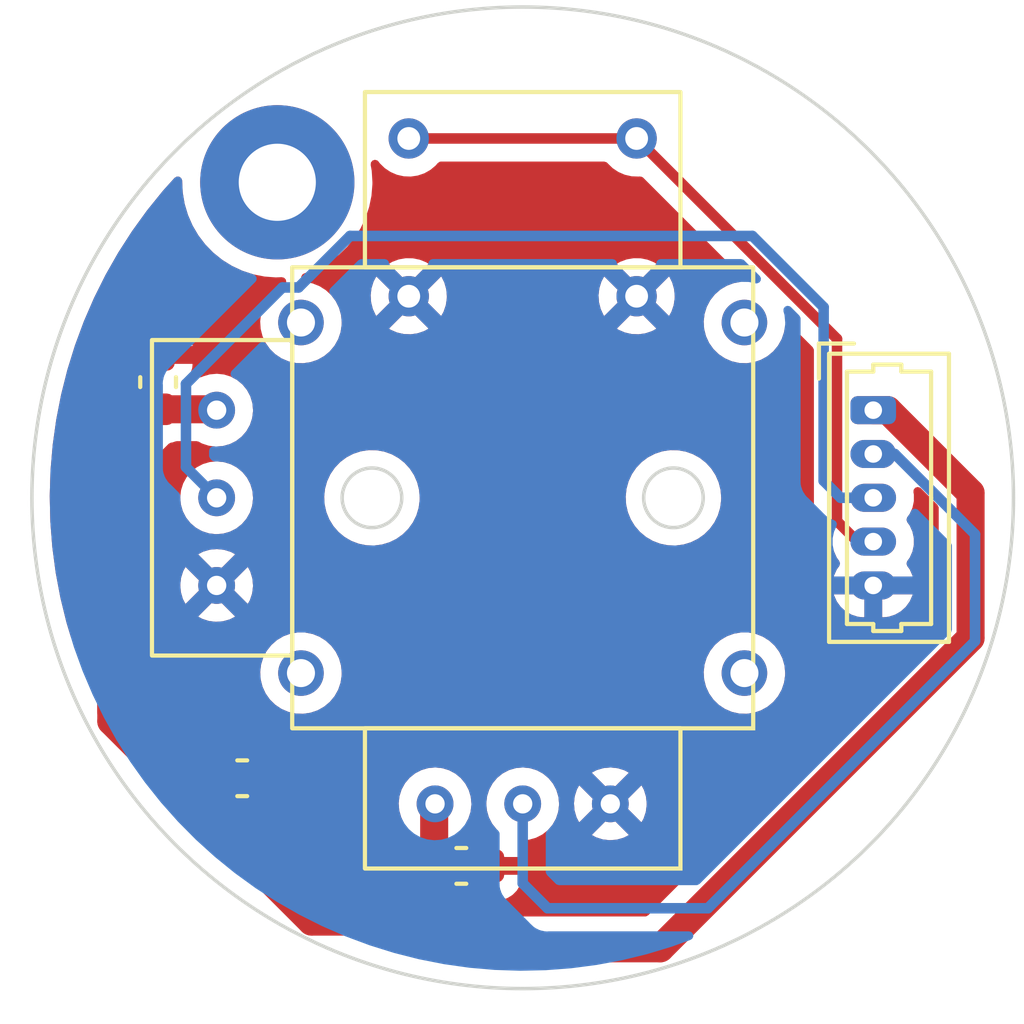
<source format=kicad_pcb>
(kicad_pcb (version 20211014) (generator pcbnew)
  (title_block (title "Keeb Stick") (date "2022-11-14") (rev "1") (company "Diego Covarrubias"))
  (layers (0 "F.Cu" signal) (31 "B.Cu" signal) (34 "B.Paste" user) (35 "F.Paste" user) (36 "B.SilkS" user "B.Silkscreen") (37 "F.SilkS" user "F.Silkscreen") (38 "B.Mask" user) (39 "F.Mask" user) (44 "Edge.Cuts" user))
  (net 0 "")
  (net 1 "VCC")
  (net 2 "GND")
  (net 3 "X_OUT")
  (net 4 "Y_OUT")
  (net 5 "P_OUT")
  (footprint "rkjxv1220001:RKJXV122400R" (layer "F.Cu") (at 100 65 180)
    (fp_text reference "POT1")
    (fp_text value "RKJXV122400R")
    (fp_rect (start -4.5 -10.575) (end 4.5 -6.575) (layer "F.SilkS") (width 0.12) (fill none))
    (fp_rect (start 6.575 4.5) (end 10.575 -4.5) (layer "F.SilkS") (width 0.12) (fill none))
    (fp_rect (start -6.575 -6.575) (end 6.575 6.575) (layer "F.SilkS") (width 0.12) (fill none))
    (fp_rect (start -4.5 6.575) (end 4.5 11.575) (layer "F.SilkS") (width 0.12) (fill none))
    (fp_circle (center 4.3 0) (end 5.15 0) (layer "Edge.Cuts") (width 0.1) (fill none))
    (fp_circle (center -4.3 0) (end -3.45 0) (layer "Edge.Cuts") (width 0.1) (fill none))
    (pad "1" thru_hole circle (at 2.5 -8.73 180) (size 1.05 1.05) (drill 0.55) (layers *.Cu *.Mask) (net 1 "VCC"))
    (pad "2" thru_hole circle (at 0 -8.73 180) (size 1.05 1.05) (drill 0.55) (layers *.Cu *.Mask) (net 3 "X_OUT"))
    (pad "3" thru_hole circle (at -2.5 -8.73 180) (size 1.05 1.05) (drill 0.55) (layers *.Cu *.Mask) (net 2 "GND"))
    (pad "4" thru_hole circle (at 8.73 2.5 180) (size 1.05 1.05) (drill 0.55) (layers *.Cu *.Mask) (net 1 "VCC"))
    (pad "5" thru_hole circle (at 8.73 0 180) (size 1.05 1.05) (drill 0.55) (layers *.Cu *.Mask) (net 4 "Y_OUT"))
    (pad "6" thru_hole circle (at 8.73 -2.5 180) (size 1.05 1.05) (drill 0.55) (layers *.Cu *.Mask) (net 2 "GND"))
    (pad "7" thru_hole circle (at 3.25 5.75 180) (size 1.15 1.15) (drill 0.65) (layers *.Cu *.Mask) (net 2 "GND"))
    (pad "7" thru_hole circle (at -3.25 5.75 180) (size 1.15 1.15) (drill 0.65) (layers *.Cu *.Mask) (net 2 "GND"))
    (pad "8" thru_hole circle (at -3.25 10.25 180) (size 1.15 1.15) (drill 0.65) (layers *.Cu *.Mask) (net 5 "P_OUT"))
    (pad "8" thru_hole circle (at 3.25 10.25 180) (size 1.15 1.15) (drill 0.65) (layers *.Cu *.Mask) (net 5 "P_OUT"))
    (pad "9" thru_hole circle (at -6.325 5 180) (size 1.3 1.3) (drill 0.8) (layers *.Cu *.Mask))
    (pad "9" thru_hole circle (at 6.325 -5 180) (size 1.3 1.3) (drill 0.8) (layers *.Cu *.Mask))
    (pad "9" thru_hole circle (at -6.325 -5 180) (size 1.3 1.3) (drill 0.8) (layers *.Cu *.Mask))
    (pad "9" thru_hole circle (at 6.325 5 180) (size 1.3 1.3) (drill 0.8) (layers *.Cu *.Mask))
  )
  (footprint "Capacitor_SMD:C_0603_1608Metric" (layer "F.Cu") (at 89.6 61.7 90)
    (fp_text reference "C2")
    (fp_text value "100nF")
    (fp_line (start -0.14058 0.51) (end 0.14058 0.51) (layer "F.SilkS") (width 0.12))
    (fp_line (start -0.14058 -0.51) (end 0.14058 -0.51) (layer "F.SilkS") (width 0.12))
    (pad "1" smd roundrect (at -0.775 0 90) (size 0.9 0.95) (layers "F.Cu" "F.Paste" "F.Mask") (net 1 "VCC"))
    (pad "2" smd roundrect (at 0.775 0 90) (size 0.9 0.95) (layers "F.Cu" "F.Paste" "F.Mask") (net 2 "GND"))
  )
  (footprint "MountingHole:MountingHole_2.2mm_M2_Pad" (layer "F.Cu") (at 93 56)
    (fp_text reference "MNT1")
    (fp_text value "MountingHole")
    (pad "1" thru_hole circle (at 0 0) (size 4.4 4.4) (drill 2.2) (layers *.Cu *.Mask))
  )
  (footprint "Capacitor_SMD:C_0603_1608Metric" (layer "F.Cu") (at 98.25 75.5)
    (fp_text reference "C3")
    (fp_text value "100nF")
    (fp_line (start -0.14058 0.51) (end 0.14058 0.51) (layer "F.SilkS") (width 0.12))
    (fp_line (start -0.14058 -0.51) (end 0.14058 -0.51) (layer "F.SilkS") (width 0.12))
    (pad "1" smd roundrect (at -0.775 0) (size 0.9 0.95) (layers "F.Cu" "F.Paste" "F.Mask") (net 1 "VCC"))
    (pad "2" smd roundrect (at 0.775 0) (size 0.9 0.95) (layers "F.Cu" "F.Paste" "F.Mask") (net 2 "GND"))
  )
  (footprint "Connector_Molex:Molex_PicoBlade_53047-0510_1x05_P1.25mm_Vertical" (layer "F.Cu") (at 110 62.5 -90)
    (fp_text reference "H1")
    (fp_text value "Conn_01x05")
    (fp_line (start -1.1 -0.8) (end -1.1 -1.65) (layer "F.SilkS") (width 0.12))
    (fp_line (start 2.5 0.75) (end 6.1 0.75) (layer "F.SilkS") (width 0.12))
    (fp_line (start 2.5 0.75) (end -1.1 0.75) (layer "F.SilkS") (width 0.12))
    (fp_line (start -1.61 1.26) (end 6.61 1.26) (layer "F.SilkS") (width 0.12))
    (fp_line (start -1.9 1.55) (end -0.9 1.55) (layer "F.SilkS") (width 0.12))
    (fp_line (start 6.61 -2.16) (end -1.61 -2.16) (layer "F.SilkS") (width 0.12))
    (fp_line (start 6.1 -0.8) (end 6.1 -1.65) (layer "F.SilkS") (width 0.12))
    (fp_line (start 6.3 -0.8) (end 6.1 -0.8) (layer "F.SilkS") (width 0.12))
    (fp_line (start -1.1 -1.65) (end 2.5 -1.65) (layer "F.SilkS") (width 0.12))
    (fp_line (start -1.9 1.55) (end -1.9 0.55) (layer "F.SilkS") (width 0.12))
    (fp_line (start -1.61 -2.16) (end -1.61 1.26) (layer "F.SilkS") (width 0.12))
    (fp_line (start 6.1 -1.65) (end 2.5 -1.65) (layer "F.SilkS") (width 0.12))
    (fp_line (start 6.1 0) (end 6.3 0) (layer "F.SilkS") (width 0.12))
    (fp_line (start -1.1 0.75) (end -1.1 0) (layer "F.SilkS") (width 0.12))
    (fp_line (start 6.1 0.75) (end 6.1 0) (layer "F.SilkS") (width 0.12))
    (fp_line (start 6.61 1.26) (end 6.61 -2.16) (layer "F.SilkS") (width 0.12))
    (fp_line (start -1.3 0) (end -1.3 -0.8) (layer "F.SilkS") (width 0.12))
    (fp_line (start -1.1 0) (end -1.3 0) (layer "F.SilkS") (width 0.12))
    (fp_line (start 6.3 0) (end 6.3 -0.8) (layer "F.SilkS") (width 0.12))
    (fp_line (start -1.3 -0.8) (end -1.1 -0.8) (layer "F.SilkS") (width 0.12))
    (pad "1" thru_hole roundrect (at 0 0 270) (size 0.8 1.3) (drill 0.5) (layers *.Cu *.Mask) (net 1 "VCC"))
    (pad "2" thru_hole oval (at 1.25 0 270) (size 0.8 1.3) (drill 0.5) (layers *.Cu *.Mask) (net 3 "X_OUT"))
    (pad "3" thru_hole oval (at 2.5 0 270) (size 0.8 1.3) (drill 0.5) (layers *.Cu *.Mask) (net 4 "Y_OUT"))
    (pad "4" thru_hole oval (at 3.75 0 270) (size 0.8 1.3) (drill 0.5) (layers *.Cu *.Mask) (net 5 "P_OUT"))
    (pad "5" thru_hole oval (at 5 0 270) (size 0.8 1.3) (drill 0.5) (layers *.Cu *.Mask) (net 2 "GND"))
  )
  (footprint "Capacitor_SMD:C_0603_1608Metric" (layer "F.Cu") (at 92 73)
    (fp_text reference "C1")
    (fp_text value "10uF")
    (fp_line (start -0.14058 -0.51) (end 0.14058 -0.51) (layer "F.SilkS") (width 0.12))
    (fp_line (start -0.14058 0.51) (end 0.14058 0.51) (layer "F.SilkS") (width 0.12))
    (pad "1" smd roundrect (at -0.775 0) (size 0.9 0.95) (layers "F.Cu" "F.Paste" "F.Mask") (net 1 "VCC"))
    (pad "2" smd roundrect (at 0.775 0) (size 0.9 0.95) (layers "F.Cu" "F.Paste" "F.Mask") (net 2 "GND"))
  )
  (gr_circle (center 100 65) (end 114 65) (layer "Edge.Cuts") (width 0.1) (fill none))
  (segment (start 91.8845 74.9935) (end 91.225 74.334) (width 0.8) (layer "F.Cu") (net 1))
  (segment (start 88.265 71.12) (end 88.265 69.977) (width 0.8) (layer "F.Cu") (net 1))
  (segment (start 97.536 77.089) (end 98.298 77.851) (width 0.8) (layer "F.Cu") (net 1))
  (segment (start 93.98 77.089) (end 97.536 77.089) (width 0.8) (layer "F.Cu") (net 1))
  (segment (start 91.8845 74.9935) (end 90.297 73.406) (width 0.8) (layer "F.Cu") (net 1))
  (segment (start 88.265 69.977) (end 88.265 63.81) (width 0.8) (layer "F.Cu") (net 1))
  (segment (start 91.225 73) (end 90.703 73) (width 0.8) (layer "F.Cu") (net 1))
  (segment (start 97.475 77.028) (end 97.475 75.5) (width 0.8) (layer "F.Cu") (net 1))
  (segment (start 88.265 63.81) (end 89.6 62.475) (width 0.8) (layer "F.Cu") (net 1))
  (segment (start 110.414214 62.5) (end 112.776 64.861786) (width 0.8) (layer "F.Cu") (net 1))
  (segment (start 98.298 77.851) (end 97.475 77.028) (width 0.8) (layer "F.Cu") (net 1))
  (segment (start 110 62.5) (end 110.414214 62.5) (width 0.8) (layer "F.Cu") (net 1))
  (segment (start 90.297 73.406) (end 88.265 71.374) (width 0.8) (layer "F.Cu") (net 1))
  (segment (start 97.475 73.755) (end 97.5 73.73) (width 0.8) (layer "F.Cu") (net 1))
  (segment (start 90.703 73) (end 90.297 73.406) (width 0.8) (layer "F.Cu") (net 1))
  (segment (start 91.225 74.334) (end 91.225 73) (width 0.8) (layer "F.Cu") (net 1))
  (segment (start 112.776 68.999) (end 103.924 77.851) (width 0.8) (layer "F.Cu") (net 1))
  (segment (start 103.924 77.851) (end 98.298 77.851) (width 0.8) (layer "F.Cu") (net 1))
  (segment (start 89.6 62.475) (end 91.245 62.475) (width 0.8) (layer "F.Cu") (net 1))
  (segment (start 91.245 62.475) (end 91.27 62.5) (width 0.8) (layer "F.Cu") (net 1))
  (segment (start 112.776 64.861786) (end 112.776 68.999) (width 0.8) (layer "F.Cu") (net 1))
  (segment (start 88.265 71.374) (end 88.265 69.977) (width 0.8) (layer "F.Cu") (net 1))
  (segment (start 97.475 75.5) (end 97.475 73.755) (width 0.8) (layer "F.Cu") (net 1))
  (segment (start 91.8845 74.9935) (end 93.98 77.089) (width 0.8) (layer "F.Cu") (net 1))
  (segment (start 100 75.997) (end 100.711 76.708) (width 0.3) (layer "B.Cu") (net 3))
  (segment (start 112.903 66.04) (end 110.613 63.75) (width 0.3) (layer "B.Cu") (net 3))
  (segment (start 100.711 76.708) (end 105.283 76.708) (width 0.3) (layer "B.Cu") (net 3))
  (segment (start 112.903 69.088) (end 112.903 66.04) (width 0.3) (layer "B.Cu") (net 3))
  (segment (start 105.283 76.708) (end 112.903 69.088) (width 0.3) (layer "B.Cu") (net 3))
  (segment (start 110.613 63.75) (end 110 63.75) (width 0.3) (layer "B.Cu") (net 3))
  (segment (start 100 73.73) (end 100 75.997) (width 0.3) (layer "B.Cu") (net 3))
  (segment (start 110 65) (end 109.069 65) (width 0.3) (layer "B.Cu") (net 4))
  (segment (start 93.606245 59) (end 93.146 59) (width 0.3) (layer "B.Cu") (net 4))
  (segment (start 90.395 61.751) (end 90.395 64.125) (width 0.3) (layer "B.Cu") (net 4))
  (segment (start 108.585 59.563) (end 106.553 57.531) (width 0.3) (layer "B.Cu") (net 4))
  (segment (start 90.395 64.125) (end 91.27 65) (width 0.3) (layer "B.Cu") (net 4))
  (segment (start 106.553 57.531) (end 95.075245 57.531) (width 0.3) (layer "B.Cu") (net 4))
  (segment (start 108.585 64.516) (end 108.585 59.563) (width 0.3) (layer "B.Cu") (net 4))
  (segment (start 93.146 59) (end 90.395 61.751) (width 0.3) (layer "B.Cu") (net 4))
  (segment (start 109.069 65) (end 108.585 64.516) (width 0.3) (layer "B.Cu") (net 4))
  (segment (start 95.075245 57.531) (end 93.606245 59) (width 0.3) (layer "B.Cu") (net 4))
  (segment (start 110 66.25) (end 109.55 66.25) (width 0.3) (layer "F.Cu") (net 5))
  (segment (start 108.966 65.666) (end 108.966 60.466) (width 0.3) (layer "F.Cu") (net 5))
  (segment (start 109.55 66.25) (end 108.966 65.666) (width 0.3) (layer "F.Cu") (net 5))
  (segment (start 108.966 60.466) (end 103.25 54.75) (width 0.3) (layer "F.Cu") (net 5))
  (segment (start 96.75 54.75) (end 103.25 54.75) (width 0.3) (layer "F.Cu") (net 5))
  (zone (net 2) (net_name "GND") (layer "F.Cu") (connect_pads (clearance 0.508)) (min_thickness 0.254) (fill yes (thermal_gap 0.508) (thermal_bridge_width 0.508))
    (polygon (pts (xy 114.3 80.01) (xy 85.09 80.01) (xy 85.09 50.8) (xy 114.3 50.8)))
  )
  (zone (net 2) (net_name "GND") (layer "B.Cu") (connect_pads (clearance 0.508)) (min_thickness 0.254) (fill yes (thermal_gap 0.508) (thermal_bridge_width 0.508))
    (polygon (pts (xy 114.3 80.01) (xy 85.09 80.01) (xy 85.09 50.8) (xy 114.3 50.8)))
  )
)
</source>
